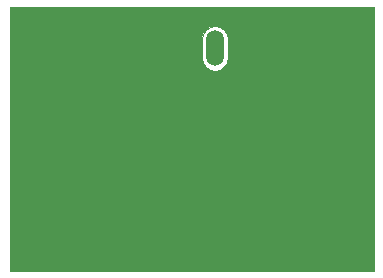
<source format=gbr>
G04 #@! TF.FileFunction,Copper,L2,Bot,Signal*
%FSLAX46Y46*%
G04 Gerber Fmt 4.6, Leading zero omitted, Abs format (unit mm)*
G04 Created by KiCad (PCBNEW 4.0.2+dfsg1-stable) date Qua 18 Mai 2016 07:52:08 BRT*
%MOMM*%
G01*
G04 APERTURE LIST*
%ADD10C,0.100000*%
%ADD11C,1.500000*%
%ADD12R,4.000000X1.481000*%
%ADD13O,1.506220X3.014980*%
G04 APERTURE END LIST*
D10*
D11*
X147000000Y-105320000D03*
D12*
X143480000Y-105039500D03*
X143480000Y-110600500D03*
D11*
X155690000Y-108080000D03*
X150930000Y-110310000D03*
X153110000Y-111570000D03*
X162210000Y-108100000D03*
X155510000Y-112550000D03*
X164510000Y-112550000D03*
X164510000Y-108050000D03*
X166760000Y-108050000D03*
X166760000Y-112550000D03*
X157760000Y-108050000D03*
X160010000Y-108050000D03*
X157760000Y-112550000D03*
X160010000Y-112550000D03*
X162260000Y-112550000D03*
D12*
X169484040Y-113031740D03*
X169484040Y-107860740D03*
D13*
X158370000Y-98680000D03*
X160910000Y-98680000D03*
D11*
X147000000Y-110320000D03*
D10*
G36*
X171775000Y-117525000D02*
X140975000Y-117525000D01*
X140975000Y-97889230D01*
X157266890Y-97889230D01*
X157266890Y-99470770D01*
X157350859Y-99892912D01*
X157589983Y-100250787D01*
X157947858Y-100489911D01*
X158370000Y-100573880D01*
X158792142Y-100489911D01*
X159150017Y-100250787D01*
X159389141Y-99892912D01*
X159473110Y-99470770D01*
X159473110Y-97889230D01*
X159389141Y-97467088D01*
X159150017Y-97109213D01*
X158792142Y-96870089D01*
X158370000Y-96786120D01*
X157947858Y-96870089D01*
X157589983Y-97109213D01*
X157350859Y-97467088D01*
X157266890Y-97889230D01*
X140975000Y-97889230D01*
X140975000Y-95225000D01*
X171775000Y-95225000D01*
X171775000Y-117525000D01*
X171775000Y-117525000D01*
G37*
X171775000Y-117525000D02*
X140975000Y-117525000D01*
X140975000Y-97889230D01*
X157266890Y-97889230D01*
X157266890Y-99470770D01*
X157350859Y-99892912D01*
X157589983Y-100250787D01*
X157947858Y-100489911D01*
X158370000Y-100573880D01*
X158792142Y-100489911D01*
X159150017Y-100250787D01*
X159389141Y-99892912D01*
X159473110Y-99470770D01*
X159473110Y-97889230D01*
X159389141Y-97467088D01*
X159150017Y-97109213D01*
X158792142Y-96870089D01*
X158370000Y-96786120D01*
X157947858Y-96870089D01*
X157589983Y-97109213D01*
X157350859Y-97467088D01*
X157266890Y-97889230D01*
X140975000Y-97889230D01*
X140975000Y-95225000D01*
X171775000Y-95225000D01*
X171775000Y-117525000D01*
M02*

</source>
